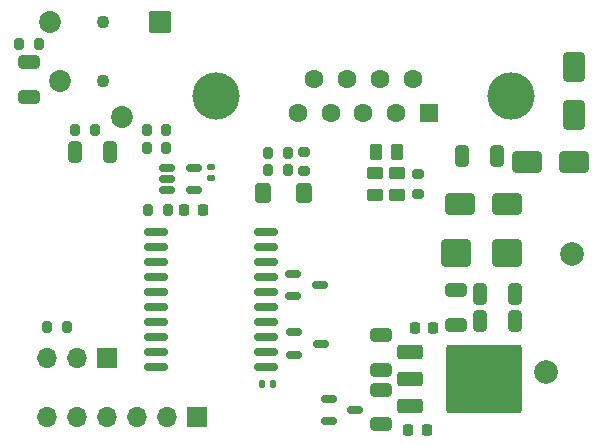
<source format=gbr>
%TF.GenerationSoftware,KiCad,Pcbnew,7.0.7-7.0.7~ubuntu22.04.1*%
%TF.CreationDate,2023-09-02T15:09:26-04:00*%
%TF.ProjectId,avclan-mockingboard-rounded,6176636c-616e-42d6-9d6f-636b696e6762,rev?*%
%TF.SameCoordinates,Original*%
%TF.FileFunction,Soldermask,Top*%
%TF.FilePolarity,Negative*%
%FSLAX46Y46*%
G04 Gerber Fmt 4.6, Leading zero omitted, Abs format (unit mm)*
G04 Created by KiCad (PCBNEW 7.0.7-7.0.7~ubuntu22.04.1) date 2023-09-02 15:09:26*
%MOMM*%
%LPD*%
G01*
G04 APERTURE LIST*
G04 Aperture macros list*
%AMRoundRect*
0 Rectangle with rounded corners*
0 $1 Rounding radius*
0 $2 $3 $4 $5 $6 $7 $8 $9 X,Y pos of 4 corners*
0 Add a 4 corners polygon primitive as box body*
4,1,4,$2,$3,$4,$5,$6,$7,$8,$9,$2,$3,0*
0 Add four circle primitives for the rounded corners*
1,1,$1+$1,$2,$3*
1,1,$1+$1,$4,$5*
1,1,$1+$1,$6,$7*
1,1,$1+$1,$8,$9*
0 Add four rect primitives between the rounded corners*
20,1,$1+$1,$2,$3,$4,$5,0*
20,1,$1+$1,$4,$5,$6,$7,0*
20,1,$1+$1,$6,$7,$8,$9,0*
20,1,$1+$1,$8,$9,$2,$3,0*%
G04 Aperture macros list end*
%ADD10RoundRect,0.200000X0.275000X-0.200000X0.275000X0.200000X-0.275000X0.200000X-0.275000X-0.200000X0*%
%ADD11RoundRect,0.200000X0.200000X0.275000X-0.200000X0.275000X-0.200000X-0.275000X0.200000X-0.275000X0*%
%ADD12RoundRect,0.250000X-0.325000X-0.650000X0.325000X-0.650000X0.325000X0.650000X-0.325000X0.650000X0*%
%ADD13RoundRect,0.218750X-0.218750X-0.256250X0.218750X-0.256250X0.218750X0.256250X-0.218750X0.256250X0*%
%ADD14RoundRect,0.225000X-0.225000X-0.250000X0.225000X-0.250000X0.225000X0.250000X-0.225000X0.250000X0*%
%ADD15RoundRect,0.250000X0.450000X-0.262500X0.450000X0.262500X-0.450000X0.262500X-0.450000X-0.262500X0*%
%ADD16RoundRect,0.250000X-1.000000X-0.900000X1.000000X-0.900000X1.000000X0.900000X-1.000000X0.900000X0*%
%ADD17RoundRect,0.250000X-1.000000X-0.650000X1.000000X-0.650000X1.000000X0.650000X-1.000000X0.650000X0*%
%ADD18C,2.000000*%
%ADD19RoundRect,0.150000X-0.512500X-0.150000X0.512500X-0.150000X0.512500X0.150000X-0.512500X0.150000X0*%
%ADD20RoundRect,0.140000X-0.170000X0.140000X-0.170000X-0.140000X0.170000X-0.140000X0.170000X0.140000X0*%
%ADD21RoundRect,0.200000X-0.200000X-0.275000X0.200000X-0.275000X0.200000X0.275000X-0.200000X0.275000X0*%
%ADD22RoundRect,0.250000X-0.850000X-0.350000X0.850000X-0.350000X0.850000X0.350000X-0.850000X0.350000X0*%
%ADD23RoundRect,0.249997X-2.950003X-2.650003X2.950003X-2.650003X2.950003X2.650003X-2.950003X2.650003X0*%
%ADD24RoundRect,0.250000X0.325000X0.650000X-0.325000X0.650000X-0.325000X-0.650000X0.325000X-0.650000X0*%
%ADD25RoundRect,0.250000X0.400000X0.600000X-0.400000X0.600000X-0.400000X-0.600000X0.400000X-0.600000X0*%
%ADD26RoundRect,0.250000X-0.262500X-0.450000X0.262500X-0.450000X0.262500X0.450000X-0.262500X0.450000X0*%
%ADD27RoundRect,0.140000X-0.140000X-0.170000X0.140000X-0.170000X0.140000X0.170000X-0.140000X0.170000X0*%
%ADD28R,1.700000X1.700000*%
%ADD29O,1.700000X1.700000*%
%ADD30RoundRect,0.150000X0.875000X0.150000X-0.875000X0.150000X-0.875000X-0.150000X0.875000X-0.150000X0*%
%ADD31C,1.100000*%
%ADD32RoundRect,0.102000X-0.825000X0.825000X-0.825000X-0.825000X0.825000X-0.825000X0.825000X0.825000X0*%
%ADD33C,1.854000*%
%ADD34C,4.000000*%
%ADD35R,1.600000X1.600000*%
%ADD36C,1.600000*%
%ADD37RoundRect,0.250000X0.650000X-0.325000X0.650000X0.325000X-0.650000X0.325000X-0.650000X-0.325000X0*%
%ADD38RoundRect,0.250000X-0.650000X0.325000X-0.650000X-0.325000X0.650000X-0.325000X0.650000X0.325000X0*%
%ADD39RoundRect,0.250000X-0.650000X1.000000X-0.650000X-1.000000X0.650000X-1.000000X0.650000X1.000000X0*%
G04 APERTURE END LIST*
D10*
%TO.C,R9*%
X26550000Y-15425000D03*
X26550000Y-13775000D03*
%TD*%
D11*
%TO.C,R6*%
X14850000Y-11950331D03*
X13200000Y-11950331D03*
%TD*%
D12*
%TO.C,C3*%
X41450000Y-28100000D03*
X44400000Y-28100000D03*
%TD*%
D13*
%TO.C,D9*%
X16384118Y-18700000D03*
X17959118Y-18700000D03*
%TD*%
D14*
%TO.C,C5*%
X35900000Y-28700000D03*
X37450000Y-28700000D03*
%TD*%
D15*
%TO.C,R2*%
X32512500Y-17400000D03*
X32512500Y-15575000D03*
%TD*%
D16*
%TO.C,D4*%
X39400000Y-22300000D03*
X43700000Y-22300000D03*
%TD*%
D17*
%TO.C,D2*%
X39700000Y-18200000D03*
X43700000Y-18200000D03*
%TD*%
D18*
%TO.C,RV1*%
X49175000Y-22400000D03*
X47025000Y-32400000D03*
%TD*%
D19*
%TO.C,D6*%
X25662500Y-29050000D03*
X25662500Y-30950000D03*
X27937500Y-30000000D03*
%TD*%
D20*
%TO.C,C10*%
X18662500Y-15050000D03*
X18662500Y-16010000D03*
%TD*%
D21*
%TO.C,R7*%
X23500000Y-15325000D03*
X25150000Y-15325000D03*
%TD*%
D22*
%TO.C,U1*%
X35500000Y-30745000D03*
X35500000Y-33025000D03*
D23*
X41800000Y-33025000D03*
D22*
X35500000Y-35305000D03*
%TD*%
D24*
%TO.C,C1*%
X42875000Y-14100000D03*
X39925000Y-14100000D03*
%TD*%
%TO.C,C11*%
X10100000Y-13800000D03*
X7150000Y-13800000D03*
%TD*%
D25*
%TO.C,D10*%
X26550000Y-17250000D03*
X23050000Y-17250000D03*
%TD*%
D21*
%TO.C,R12*%
X7175000Y-11900000D03*
X8825000Y-11900000D03*
%TD*%
D11*
%TO.C,R11*%
X6450000Y-28600000D03*
X4800000Y-28600000D03*
%TD*%
D26*
%TO.C,R3*%
X32587500Y-13775000D03*
X34412500Y-13775000D03*
%TD*%
D27*
%TO.C,C9*%
X22968236Y-33385000D03*
X23928236Y-33385000D03*
%TD*%
D28*
%TO.C,J4*%
X17500000Y-36200000D03*
D29*
X14960000Y-36200000D03*
X12420000Y-36200000D03*
X9880000Y-36200000D03*
X7340000Y-36200000D03*
X4800000Y-36200000D03*
%TD*%
D19*
%TO.C,D8*%
X28600000Y-34700000D03*
X28600000Y-36600000D03*
X30875000Y-35650000D03*
%TD*%
D30*
%TO.C,U2*%
X23278236Y-31950000D03*
X23278236Y-30680000D03*
X23278236Y-29410000D03*
X23278236Y-28140000D03*
X23278236Y-26870000D03*
X23278236Y-25600000D03*
X23278236Y-24330000D03*
X23278236Y-23060000D03*
X23278236Y-21790000D03*
X23278236Y-20520000D03*
X13978236Y-20520000D03*
X13978236Y-21790000D03*
X13978236Y-23060000D03*
X13978236Y-24330000D03*
X13978236Y-25600000D03*
X13978236Y-26870000D03*
X13978236Y-28140000D03*
X13978236Y-29410000D03*
X13978236Y-30680000D03*
X13978236Y-31950000D03*
%TD*%
D11*
%TO.C,R13*%
X4050000Y-4600000D03*
X2400000Y-4600000D03*
%TD*%
D17*
%TO.C,D1*%
X45400000Y-14600000D03*
X49400000Y-14600000D03*
%TD*%
D31*
%TO.C,J1*%
X9500000Y-2750000D03*
X9500000Y-7750000D03*
D32*
X14300000Y-2750000D03*
D33*
X5900000Y-7750000D03*
X11100000Y-10850000D03*
X5000000Y-2750000D03*
%TD*%
D12*
%TO.C,C2*%
X41450000Y-25800000D03*
X44400000Y-25800000D03*
%TD*%
D19*
%TO.C,D7*%
X25600000Y-24100000D03*
X25600000Y-26000000D03*
X27875000Y-25050000D03*
%TD*%
D34*
%TO.C,J2*%
X44055000Y-9020000D03*
X19055000Y-9020000D03*
D35*
X37095000Y-10440000D03*
D36*
X34325000Y-10440000D03*
X31555000Y-10440000D03*
X28785000Y-10440000D03*
X26015000Y-10440000D03*
X35710000Y-7600000D03*
X32940000Y-7600000D03*
X30170000Y-7600000D03*
X27400000Y-7600000D03*
%TD*%
D37*
%TO.C,C7*%
X33000000Y-32200000D03*
X33000000Y-29250000D03*
%TD*%
D14*
%TO.C,C6*%
X35350000Y-37300000D03*
X36900000Y-37300000D03*
%TD*%
D10*
%TO.C,R4*%
X36212500Y-17300000D03*
X36212500Y-15650000D03*
%TD*%
D19*
%TO.C,U3*%
X14925000Y-15100000D03*
X14925000Y-16050000D03*
X14925000Y-17000000D03*
X17200000Y-17000000D03*
X17200000Y-15100000D03*
%TD*%
D28*
%TO.C,J3*%
X9850000Y-31200000D03*
D29*
X7310000Y-31200000D03*
X4770000Y-31200000D03*
%TD*%
D11*
%TO.C,R10*%
X14984118Y-18700000D03*
X13334118Y-18700000D03*
%TD*%
%TO.C,R5*%
X14850000Y-13440331D03*
X13200000Y-13440331D03*
%TD*%
D38*
%TO.C,C8*%
X33000000Y-33900000D03*
X33000000Y-36850000D03*
%TD*%
D39*
%TO.C,D3*%
X49395000Y-6609669D03*
X49395000Y-10609669D03*
%TD*%
D37*
%TO.C,C12*%
X3200000Y-9150000D03*
X3200000Y-6200000D03*
%TD*%
D15*
%TO.C,R1*%
X34412500Y-17400000D03*
X34412500Y-15575000D03*
%TD*%
D37*
%TO.C,C4*%
X39400000Y-28400000D03*
X39400000Y-25450000D03*
%TD*%
D21*
%TO.C,R8*%
X23500000Y-13825000D03*
X25150000Y-13825000D03*
%TD*%
M02*

</source>
